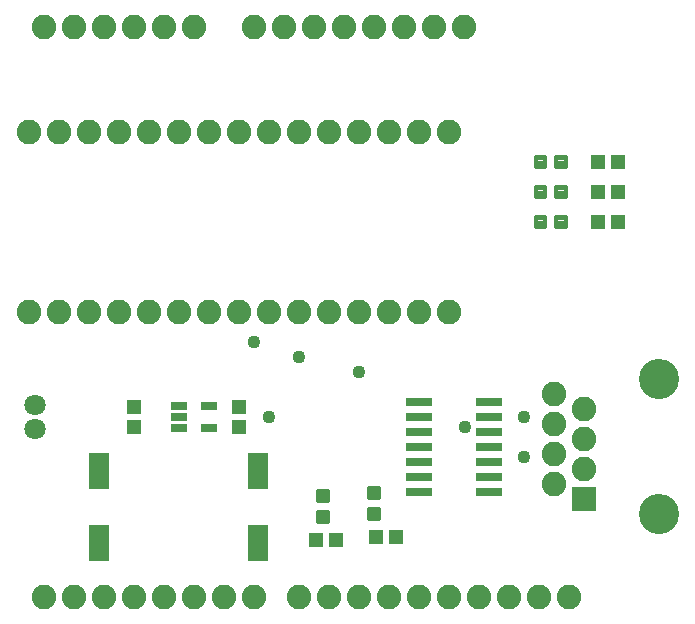
<source format=gts>
G75*
%MOIN*%
%OFA0B0*%
%FSLAX25Y25*%
%IPPOS*%
%LPD*%
%AMOC8*
5,1,8,0,0,1.08239X$1,22.5*
%
%ADD10R,0.04737X0.05131*%
%ADD11C,0.08200*%
%ADD12R,0.08200X0.08200*%
%ADD13C,0.13398*%
%ADD14R,0.05524X0.02965*%
%ADD15C,0.07099*%
%ADD16R,0.08599X0.02898*%
%ADD17R,0.07000X0.11900*%
%ADD18C,0.01421*%
%ADD19C,0.04362*%
D10*
X0075000Y0101654D03*
X0075000Y0108346D03*
X0110000Y0108346D03*
X0110000Y0101654D03*
X0155654Y0065000D03*
X0162346Y0065000D03*
X0142346Y0064000D03*
X0135654Y0064000D03*
X0229654Y0170000D03*
X0236346Y0170000D03*
X0236346Y0180000D03*
X0229654Y0180000D03*
X0229654Y0190000D03*
X0236346Y0190000D03*
D11*
X0045000Y0045000D03*
X0055000Y0045000D03*
X0065000Y0045000D03*
X0075000Y0045000D03*
X0085000Y0045000D03*
X0095000Y0045000D03*
X0105000Y0045000D03*
X0115000Y0045000D03*
X0130000Y0045000D03*
X0140000Y0045000D03*
X0150000Y0045000D03*
X0160000Y0045000D03*
X0170000Y0045000D03*
X0180000Y0045000D03*
X0190000Y0045000D03*
X0200000Y0045000D03*
X0210000Y0045000D03*
X0220000Y0045000D03*
X0215000Y0082500D03*
X0225000Y0087500D03*
X0215000Y0092500D03*
X0225000Y0097500D03*
X0215000Y0102500D03*
X0225000Y0107500D03*
X0215000Y0112500D03*
X0180000Y0140000D03*
X0170000Y0140000D03*
X0160000Y0140000D03*
X0150000Y0140000D03*
X0140000Y0140000D03*
X0130000Y0140000D03*
X0120000Y0140000D03*
X0110000Y0140000D03*
X0100000Y0140000D03*
X0090000Y0140000D03*
X0080000Y0140000D03*
X0070000Y0140000D03*
X0060000Y0140000D03*
X0050000Y0140000D03*
X0040000Y0140000D03*
X0040000Y0200000D03*
X0050000Y0200000D03*
X0060000Y0200000D03*
X0070000Y0200000D03*
X0080000Y0200000D03*
X0090000Y0200000D03*
X0100000Y0200000D03*
X0110000Y0200000D03*
X0120000Y0200000D03*
X0130000Y0200000D03*
X0140000Y0200000D03*
X0150000Y0200000D03*
X0160000Y0200000D03*
X0170000Y0200000D03*
X0180000Y0200000D03*
X0175000Y0235000D03*
X0165000Y0235000D03*
X0155000Y0235000D03*
X0145000Y0235000D03*
X0135000Y0235000D03*
X0125000Y0235000D03*
X0115000Y0235000D03*
X0095000Y0235000D03*
X0085000Y0235000D03*
X0075000Y0235000D03*
X0065000Y0235000D03*
X0055000Y0235000D03*
X0045000Y0235000D03*
X0185000Y0235000D03*
D12*
X0225000Y0077500D03*
D13*
X0250000Y0072500D03*
X0250000Y0117500D03*
D14*
X0100119Y0108740D03*
X0100119Y0101260D03*
X0089881Y0101260D03*
X0089881Y0105000D03*
X0089881Y0108740D03*
D15*
X0042165Y0108937D03*
X0042165Y0101063D03*
D16*
X0170000Y0100000D03*
X0170000Y0095000D03*
X0170000Y0090000D03*
X0170000Y0085000D03*
X0170000Y0080000D03*
X0193301Y0080000D03*
X0193301Y0085000D03*
X0193301Y0090000D03*
X0193301Y0095000D03*
X0193301Y0100000D03*
X0193301Y0105000D03*
X0193301Y0110000D03*
X0170000Y0110000D03*
X0170000Y0105000D03*
D17*
X0116500Y0086950D03*
X0116500Y0063050D03*
X0063500Y0063050D03*
X0063500Y0086950D03*
D18*
X0136342Y0080111D02*
X0139658Y0080111D01*
X0139658Y0076795D01*
X0136342Y0076795D01*
X0136342Y0080111D01*
X0136342Y0078215D02*
X0139658Y0078215D01*
X0139658Y0079635D02*
X0136342Y0079635D01*
X0136342Y0073205D02*
X0139658Y0073205D01*
X0139658Y0069889D01*
X0136342Y0069889D01*
X0136342Y0073205D01*
X0136342Y0071309D02*
X0139658Y0071309D01*
X0139658Y0072729D02*
X0136342Y0072729D01*
X0153342Y0074205D02*
X0156658Y0074205D01*
X0156658Y0070889D01*
X0153342Y0070889D01*
X0153342Y0074205D01*
X0153342Y0072309D02*
X0156658Y0072309D01*
X0156658Y0073729D02*
X0153342Y0073729D01*
X0153342Y0081111D02*
X0156658Y0081111D01*
X0156658Y0077795D01*
X0153342Y0077795D01*
X0153342Y0081111D01*
X0153342Y0079215D02*
X0156658Y0079215D01*
X0156658Y0080635D02*
X0153342Y0080635D01*
X0208889Y0168342D02*
X0208889Y0171658D01*
X0212205Y0171658D01*
X0212205Y0168342D01*
X0208889Y0168342D01*
X0208889Y0169762D02*
X0212205Y0169762D01*
X0212205Y0171182D02*
X0208889Y0171182D01*
X0215795Y0171658D02*
X0215795Y0168342D01*
X0215795Y0171658D02*
X0219111Y0171658D01*
X0219111Y0168342D01*
X0215795Y0168342D01*
X0215795Y0169762D02*
X0219111Y0169762D01*
X0219111Y0171182D02*
X0215795Y0171182D01*
X0215795Y0178342D02*
X0215795Y0181658D01*
X0219111Y0181658D01*
X0219111Y0178342D01*
X0215795Y0178342D01*
X0215795Y0179762D02*
X0219111Y0179762D01*
X0219111Y0181182D02*
X0215795Y0181182D01*
X0208889Y0181658D02*
X0208889Y0178342D01*
X0208889Y0181658D02*
X0212205Y0181658D01*
X0212205Y0178342D01*
X0208889Y0178342D01*
X0208889Y0179762D02*
X0212205Y0179762D01*
X0212205Y0181182D02*
X0208889Y0181182D01*
X0208889Y0188342D02*
X0208889Y0191658D01*
X0212205Y0191658D01*
X0212205Y0188342D01*
X0208889Y0188342D01*
X0208889Y0189762D02*
X0212205Y0189762D01*
X0212205Y0191182D02*
X0208889Y0191182D01*
X0215795Y0191658D02*
X0215795Y0188342D01*
X0215795Y0191658D02*
X0219111Y0191658D01*
X0219111Y0188342D01*
X0215795Y0188342D01*
X0215795Y0189762D02*
X0219111Y0189762D01*
X0219111Y0191182D02*
X0215795Y0191182D01*
D19*
X0130000Y0125000D03*
X0115000Y0130000D03*
X0120000Y0105000D03*
X0150000Y0120000D03*
X0185500Y0101500D03*
X0205000Y0105000D03*
X0205000Y0091500D03*
M02*

</source>
